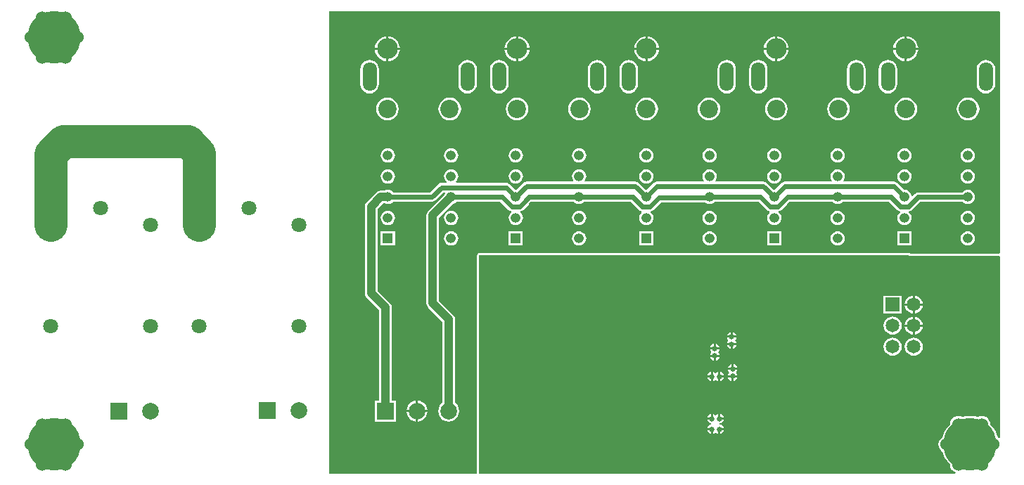
<source format=gbl>
%FSLAX24Y24*%
%MOIN*%
%SFA1B1*%

%IPPOS*%
%ADD16C,0.039400*%
%ADD18R,0.065000X0.065000*%
%ADD19C,0.065000*%
%ADD20C,0.070900*%
%ADD21C,0.060000*%
%ADD22C,0.250000*%
%ADD23R,0.047200X0.047200*%
%ADD24O,0.047200X0.047200*%
%ADD25R,0.078700X0.078700*%
%ADD26C,0.078700*%
%ADD27C,0.086600*%
%ADD28C,0.098400*%
%ADD29O,0.066900X0.137800*%
%ADD30C,0.025000*%
%ADD31C,0.023600*%
%ADD32C,0.157500*%
%LNsourceselection-1*%
%LPD*%
G36*
X46378Y22062D02*
Y10641D01*
X46362Y10620*
X46328Y10601*
X42199*
X42195Y10600*
X42191*
X42185Y10599*
X42179*
X42169Y10597*
X42154Y10591*
X42152Y10590*
X42143Y10586*
X42130Y10599*
X42122Y10605*
X42115Y10612*
X42106Y10615*
X42097Y10621*
X42081Y10628*
X42080*
X42070Y10630*
X42061Y10634*
X42051*
X42041Y10636*
X25387*
X21703*
X21693Y10634*
X21683*
X21681Y10633*
X21678*
X21671Y10630*
X21664Y10628*
X21663Y10627*
X21657Y10625*
X21650Y10620*
X21646Y10619*
X21645Y10618*
X21644Y10617*
X21642Y10616*
X21640Y10614*
X21624Y10603*
X21612Y10585*
X21609Y10582*
X21608Y10581*
X21607Y10577*
X21602Y10570*
X21600Y10564*
X21599Y10563*
X21597Y10553*
X21593Y10544*
Y10534*
X21591Y10524*
Y215*
X21562Y180*
X14602*
X14567Y215*
Y22097*
X46343*
X46378Y22062*
G37*
G36*
X42041Y10534D02*
D01*
X42042*
X42058Y10527*
X42071Y10514*
X42104Y10492*
X42143Y10484*
X42172Y10490*
X42174Y10491*
X42182Y10492*
X42191Y10496*
X42193*
X42198Y10499*
X42199*
X46328*
X46352Y10489*
X46373Y10468*
X46378Y10458*
Y1880*
X46328Y1857*
X46266Y1904*
X46249Y1976*
X46167Y2172*
X46056Y2354*
X45918Y2515*
X45913Y2520*
X45900Y2615*
X45860Y2712*
X45796Y2795*
X45712Y2860*
X45615Y2900*
X45511Y2914*
X45406Y2900*
X45313Y2861*
X45172Y2895*
X44961Y2912*
X44749Y2895*
X44608Y2861*
X44515Y2900*
X44411Y2914*
X44306Y2900*
X44209Y2860*
X44125Y2795*
X44061Y2712*
X44021Y2615*
X44008Y2520*
X44003Y2515*
X43865Y2354*
X43754Y2172*
X43673Y1976*
X43656Y1904*
X43575Y1843*
X43511Y1759*
X43471Y1662*
X43457Y1558*
X43471Y1453*
X43511Y1356*
X43575Y1272*
X43656Y1211*
X43673Y1139*
X43754Y943*
X43865Y762*
X44003Y600*
X44008Y595*
X44021Y501*
X44061Y403*
X44125Y320*
X44209Y256*
X44271Y230*
X44262Y180*
X22913*
X21728*
X21693Y215*
Y10524*
X21694Y10525*
X21697Y10528*
X21698Y10530*
X21701Y10533*
X21702*
X21703Y10534*
X25387*
X41839*
X42041*
G37*
%LNsourceselection-2*%
%LPC*%
G36*
X42705Y8138D02*
X42333D01*
Y7766*
X42394Y7774*
X42498Y7816*
X42586Y7885*
X42655Y7973*
X42697Y8077*
X42705Y8138*
G37*
G36*
X42233D02*
X41862D01*
X41870Y8077*
X41912Y7973*
X41980Y7885*
X42069Y7816*
X42173Y7774*
X42233Y7766*
Y8138*
G37*
G36*
X41708Y8612D02*
X40859D01*
Y7763*
X41708*
Y8612*
G37*
G36*
X20362Y11660D02*
X20274Y11649D01*
X20193Y11615*
X20122Y11561*
X20069Y11491*
X20035Y11409*
X20023Y11321*
X20035Y11234*
X20069Y11152*
X20122Y11082*
X20193Y11028*
X20274Y10994*
X20362Y10982*
X20450Y10994*
X20532Y11028*
X20602Y11082*
X20656Y11152*
X20690Y11234*
X20701Y11321*
X20690Y11409*
X20656Y11491*
X20602Y11561*
X20532Y11615*
X20450Y11649*
X20362Y11660*
G37*
G36*
X42333Y8609D02*
Y8238D01*
X42705*
X42697Y8298*
X42655Y8402*
X42586Y8490*
X42498Y8559*
X42394Y8601*
X42333Y8609*
G37*
G36*
X42233D02*
X42173Y8601D01*
X42069Y8559*
X41980Y8490*
X41912Y8402*
X41870Y8298*
X41862Y8238*
X42233*
Y8609*
G37*
G36*
X41283Y7616D02*
X41173Y7601D01*
X41069Y7559*
X40980Y7490*
X40912Y7402*
X40870Y7298*
X40855Y7188*
X40870Y7077*
X40912Y6973*
X40980Y6885*
X41069Y6816*
X41173Y6774*
X41283Y6759*
X41394Y6774*
X41498Y6816*
X41586Y6885*
X41655Y6973*
X41697Y7077*
X41712Y7188*
X41697Y7298*
X41655Y7402*
X41586Y7490*
X41498Y7559*
X41394Y7601*
X41283Y7616*
G37*
G36*
X33711Y6885D02*
Y6716D01*
X33881*
X33873Y6754*
X33824Y6828*
X33749Y6878*
X33711Y6885*
G37*
G36*
X33611D02*
X33574Y6878D01*
X33499Y6828*
X33449Y6754*
X33442Y6716*
X33611*
Y6885*
G37*
G36*
X42233Y7138D02*
X41862D01*
X41870Y7077*
X41912Y6973*
X41980Y6885*
X42069Y6816*
X42173Y6774*
X42233Y6766*
Y7138*
G37*
G36*
X42333Y7609D02*
Y7237D01*
X42705*
X42697Y7298*
X42655Y7402*
X42586Y7490*
X42498Y7559*
X42394Y7601*
X42333Y7609*
G37*
G36*
X42233D02*
X42173Y7601D01*
X42069Y7559*
X41980Y7490*
X41912Y7402*
X41870Y7298*
X41862Y7237*
X42233*
Y7609*
G37*
G36*
X42705Y7138D02*
X42333D01*
Y6766*
X42394Y6774*
X42498Y6816*
X42586Y6885*
X42655Y6973*
X42697Y7077*
X42705Y7138*
G37*
G36*
X17362Y12645D02*
X17274Y12633D01*
X17193Y12599*
X17122Y12545*
X17069Y12475*
X17035Y12393*
X17023Y12306*
X17035Y12218*
X17069Y12136*
X17122Y12066*
X17193Y12012*
X17274Y11978*
X17362Y11966*
X17450Y11978*
X17532Y12012*
X17602Y12066*
X17656Y12136*
X17690Y12218*
X17701Y12306*
X17690Y12393*
X17656Y12475*
X17602Y12545*
X17532Y12599*
X17450Y12633*
X17362Y12645*
G37*
G36*
X42187Y11658D02*
X41514D01*
Y10985*
X42187*
Y11658*
G37*
G36*
X36006D02*
X35333D01*
Y10985*
X36006*
Y11658*
G37*
G36*
X20362Y12645D02*
X20274Y12633D01*
X20193Y12599*
X20122Y12545*
X20069Y12475*
X20035Y12393*
X20023Y12306*
X20035Y12218*
X20069Y12136*
X20122Y12066*
X20193Y12012*
X20274Y11978*
X20362Y11966*
X20450Y11978*
X20532Y12012*
X20602Y12066*
X20656Y12136*
X20690Y12218*
X20701Y12306*
X20690Y12393*
X20656Y12475*
X20602Y12545*
X20532Y12599*
X20450Y12633*
X20362Y12645*
G37*
G36*
X38669D02*
X38582Y12633D01*
X38500Y12599*
X38430Y12545*
X38376Y12475*
X38342Y12393*
X38330Y12306*
X38342Y12218*
X38376Y12136*
X38430Y12066*
X38500Y12012*
X38582Y11978*
X38669Y11966*
X38757Y11978*
X38839Y12012*
X38909Y12066*
X38963Y12136*
X38997Y12218*
X39008Y12306*
X38997Y12393*
X38963Y12475*
X38909Y12545*
X38839Y12599*
X38757Y12633*
X38669Y12645*
G37*
G36*
X32606D02*
X32519Y12633D01*
X32437Y12599*
X32367Y12545*
X32313Y12475*
X32279Y12393*
X32267Y12306*
X32279Y12218*
X32313Y12136*
X32367Y12066*
X32437Y12012*
X32519Y11978*
X32606Y11966*
X32694Y11978*
X32776Y12012*
X32846Y12066*
X32900Y12136*
X32934Y12218*
X32945Y12306*
X32934Y12393*
X32900Y12475*
X32846Y12545*
X32776Y12599*
X32694Y12633*
X32606Y12645*
G37*
G36*
X26425D02*
X26337Y12633D01*
X26256Y12599*
X26185Y12545*
X26132Y12475*
X26098Y12393*
X26086Y12306*
X26098Y12218*
X26132Y12136*
X26185Y12066*
X26256Y12012*
X26337Y11978*
X26425Y11966*
X26513Y11978*
X26595Y12012*
X26665Y12066*
X26719Y12136*
X26753Y12218*
X26764Y12306*
X26753Y12393*
X26719Y12475*
X26665Y12545*
X26595Y12599*
X26513Y12633*
X26425Y12645*
G37*
G36*
X38669Y11660D02*
X38582Y11649D01*
X38500Y11615*
X38430Y11561*
X38376Y11491*
X38342Y11409*
X38330Y11321*
X38342Y11234*
X38376Y11152*
X38430Y11082*
X38500Y11028*
X38582Y10994*
X38669Y10982*
X38757Y10994*
X38839Y11028*
X38909Y11082*
X38963Y11152*
X38997Y11234*
X39008Y11321*
X38997Y11409*
X38963Y11491*
X38909Y11561*
X38839Y11615*
X38757Y11649*
X38669Y11660*
G37*
G36*
X32606D02*
X32519Y11649D01*
X32437Y11615*
X32367Y11561*
X32313Y11491*
X32279Y11409*
X32267Y11321*
X32279Y11234*
X32313Y11152*
X32367Y11082*
X32437Y11028*
X32519Y10994*
X32606Y10982*
X32694Y10994*
X32776Y11028*
X32846Y11082*
X32900Y11152*
X32934Y11234*
X32945Y11321*
X32934Y11409*
X32900Y11491*
X32846Y11561*
X32776Y11615*
X32694Y11649*
X32606Y11660*
G37*
G36*
X26425D02*
X26337Y11649D01*
X26256Y11615*
X26185Y11561*
X26132Y11491*
X26098Y11409*
X26086Y11321*
X26098Y11234*
X26132Y11152*
X26185Y11082*
X26256Y11028*
X26337Y10994*
X26425Y10982*
X26513Y10994*
X26595Y11028*
X26665Y11082*
X26719Y11152*
X26753Y11234*
X26764Y11321*
X26753Y11409*
X26719Y11491*
X26665Y11561*
X26595Y11615*
X26513Y11649*
X26425Y11660*
G37*
G36*
X44850D02*
X44763Y11649D01*
X44681Y11615*
X44611Y11561*
X44557Y11491*
X44523Y11409*
X44511Y11321*
X44523Y11234*
X44557Y11152*
X44611Y11082*
X44681Y11028*
X44763Y10994*
X44850Y10982*
X44938Y10994*
X45020Y11028*
X45090Y11082*
X45144Y11152*
X45178Y11234*
X45190Y11321*
X45178Y11409*
X45144Y11491*
X45090Y11561*
X45020Y11615*
X44938Y11649*
X44850Y11660*
G37*
G36*
X29943Y11658D02*
X29270D01*
Y10985*
X29943*
Y11658*
G37*
G36*
X23761D02*
X23089D01*
Y10985*
X23761*
Y11658*
G37*
G36*
X17698D02*
X17026D01*
Y10985*
X17698*
Y11658*
G37*
G36*
X33881Y6616D02*
X33442D01*
X33449Y6578*
X33485Y6525*
X33495Y6489*
X33485Y6453*
X33449Y6399*
X33442Y6362*
X33881*
X33873Y6399*
X33838Y6453*
X33828Y6489*
X33838Y6525*
X33873Y6578*
X33881Y6616*
G37*
G36*
X32667Y4728D02*
X32497D01*
X32505Y4690*
X32554Y4616*
X32629Y4566*
X32667Y4559*
Y4728*
G37*
G36*
X18794Y3631D02*
Y3190D01*
X19235*
X19225Y3269*
X19175Y3389*
X19096Y3492*
X18993Y3571*
X18873Y3621*
X18794Y3631*
G37*
G36*
X18694D02*
X18615Y3621D01*
X18495Y3571*
X18392Y3492*
X18313Y3389*
X18263Y3269*
X18253Y3190*
X18694*
Y3631*
G37*
G36*
X33290Y4728D02*
X33121D01*
Y4559*
X33159Y4566*
X33233Y4616*
X33283Y4690*
X33290Y4728*
G37*
G36*
X32667Y4998D02*
X32629Y4990D01*
X32554Y4940*
X32505Y4866*
X32497Y4828*
X32667*
Y4998*
G37*
G36*
X33920Y4741D02*
X33751D01*
Y4571*
X33789Y4579*
X33863Y4629*
X33913Y4703*
X33920Y4741*
G37*
G36*
X33651D02*
X33481D01*
X33489Y4703*
X33539Y4629*
X33613Y4579*
X33651Y4571*
Y4741*
G37*
G36*
X18694Y3090D02*
X18253D01*
X18263Y3011*
X18313Y2891*
X18392Y2788*
X18495Y2709*
X18615Y2659*
X18694Y2648*
Y3090*
G37*
G36*
X33290Y2228D02*
X33121D01*
Y2059*
X33159Y2066*
X33233Y2116*
X33283Y2190*
X33290Y2228*
G37*
G36*
X32667D02*
X32497D01*
X32505Y2190*
X32554Y2116*
X32629Y2066*
X32667Y2059*
Y2228*
G37*
G36*
X19235Y3090D02*
X18794D01*
Y2648*
X18873Y2659*
X18993Y2709*
X19096Y2788*
X19175Y2891*
X19225Y3011*
X19235Y3090*
G37*
G36*
X33021Y2998D02*
X32983Y2990D01*
X32930Y2954*
X32894Y2944*
X32858Y2954*
X32804Y2990*
X32767Y2998*
Y2778*
X32717*
Y2728*
X32497*
X32505Y2690*
X32554Y2616*
X32629Y2566*
X32692Y2554*
Y2503*
X32629Y2490*
X32554Y2440*
X32505Y2366*
X32497Y2328*
X32717*
Y2278*
X32767*
Y2059*
X32804Y2066*
X32858Y2102*
X32894Y2112*
X32930Y2102*
X32983Y2066*
X33021Y2059*
Y2278*
X33071*
Y2328*
X33290*
X33283Y2366*
X33233Y2440*
X33159Y2490*
X33095Y2503*
Y2554*
X33159Y2566*
X33233Y2616*
X33283Y2690*
X33290Y2728*
X33071*
Y2778*
X33021*
Y2998*
G37*
G36*
X33121D02*
Y2828D01*
X33290*
X33283Y2866*
X33233Y2940*
X33159Y2990*
X33121Y2998*
G37*
G36*
X32667D02*
X32629Y2990D01*
X32554Y2940*
X32505Y2866*
X32497Y2828*
X32667*
Y2998*
G37*
G36*
X33072Y6055D02*
X32633D01*
X32640Y6017*
X32676Y5964*
X32686Y5928*
X32676Y5892*
X32640Y5838*
X32633Y5800*
X33072*
X33064Y5838*
X33029Y5892*
X33019Y5928*
X33029Y5964*
X33064Y6017*
X33072Y6055*
G37*
G36*
X42283Y6616D02*
X42173Y6601D01*
X42069Y6559*
X41980Y6490*
X41912Y6402*
X41870Y6298*
X41855Y6187*
X41870Y6077*
X41912Y5973*
X41980Y5885*
X42069Y5816*
X42173Y5774*
X42283Y5759*
X42394Y5774*
X42498Y5816*
X42586Y5885*
X42655Y5973*
X42697Y6077*
X42712Y6187*
X42697Y6298*
X42655Y6402*
X42586Y6490*
X42498Y6559*
X42394Y6601*
X42283Y6616*
G37*
G36*
X41283D02*
X41173Y6601D01*
X41069Y6559*
X40980Y6490*
X40912Y6402*
X40870Y6298*
X40855Y6187*
X40870Y6077*
X40912Y5973*
X40980Y5885*
X41069Y5816*
X41173Y5774*
X41283Y5759*
X41394Y5774*
X41498Y5816*
X41586Y5885*
X41655Y5973*
X41697Y6077*
X41712Y6187*
X41697Y6298*
X41655Y6402*
X41586Y6490*
X41498Y6559*
X41394Y6601*
X41283Y6616*
G37*
G36*
X33611Y6262D02*
X33442D01*
X33449Y6224*
X33499Y6149*
X33574Y6100*
X33611Y6092*
Y6262*
G37*
G36*
X32902Y6324D02*
Y6155D01*
X33072*
X33064Y6193*
X33015Y6267*
X32940Y6317*
X32902Y6324*
G37*
G36*
X32802D02*
X32765Y6317D01*
X32690Y6267*
X32640Y6193*
X32633Y6155*
X32802*
Y6324*
G37*
G36*
X33881Y6262D02*
X33711D01*
Y6092*
X33749Y6100*
X33824Y6149*
X33873Y6224*
X33881Y6262*
G37*
G36*
X33021Y4998D02*
X32983Y4990D01*
X32930Y4954*
X32894Y4944*
X32858Y4954*
X32804Y4990*
X32767Y4998*
Y4778*
Y4559*
X32804Y4566*
X32858Y4602*
X32894Y4612*
X32930Y4602*
X32983Y4566*
X33021Y4559*
Y4778*
Y4998*
G37*
G36*
X33920Y5095D02*
X33481D01*
X33489Y5057*
X33525Y5004*
X33534Y4968*
X33525Y4932*
X33489Y4879*
X33481Y4841*
X33920*
X33913Y4879*
X33877Y4932*
X33867Y4968*
X33877Y5004*
X33913Y5057*
X33920Y5095*
G37*
G36*
X33121Y4998D02*
Y4828D01*
X33290*
X33283Y4866*
X33233Y4940*
X33159Y4990*
X33121Y4998*
G37*
G36*
X33651Y5365D02*
X33613Y5357D01*
X33539Y5307*
X33489Y5233*
X33481Y5195*
X33651*
Y5365*
G37*
G36*
X33072Y5700D02*
X32902D01*
Y5531*
X32940Y5539*
X33015Y5588*
X33064Y5663*
X33072Y5700*
G37*
G36*
X32802D02*
X32633D01*
X32640Y5663*
X32690Y5588*
X32765Y5539*
X32802Y5531*
Y5700*
G37*
G36*
X33751Y5365D02*
Y5195D01*
X33920*
X33913Y5233*
X33863Y5307*
X33789Y5357*
X33751Y5365*
G37*
G36*
X17293Y20267D02*
X16752D01*
X16759Y20201*
X16793Y20090*
X16848Y19987*
X16922Y19897*
X17012Y19823*
X17115Y19768*
X17226Y19734*
X17293Y19727*
Y20267*
G37*
G36*
X45707Y19782D02*
X45594Y19767D01*
X45488Y19723*
X45397Y19654*
X45327Y19563*
X45284Y19457*
X45269Y19344*
Y18635*
X45284Y18522*
X45327Y18416*
X45397Y18325*
X45488Y18255*
X45594Y18212*
X45707Y18197*
X45821Y18212*
X45926Y18255*
X46017Y18325*
X46087Y18416*
X46131Y18522*
X46145Y18635*
Y19344*
X46131Y19457*
X46087Y19563*
X46017Y19654*
X45926Y19723*
X45821Y19767*
X45707Y19782*
G37*
G36*
X41065D02*
X40951Y19767D01*
X40845Y19723*
X40755Y19654*
X40685Y19563*
X40641Y19457*
X40626Y19344*
Y18635*
X40641Y18522*
X40685Y18416*
X40755Y18325*
X40845Y18255*
X40951Y18212*
X41065Y18197*
X41178Y18212*
X41284Y18255*
X41375Y18325*
X41444Y18416*
X41488Y18522*
X41503Y18635*
Y19344*
X41488Y19457*
X41444Y19563*
X41375Y19654*
X41284Y19723*
X41178Y19767*
X41065Y19782*
G37*
G36*
X17933Y20267D02*
X17393D01*
Y19727*
X17459Y19734*
X17570Y19768*
X17673Y19823*
X17763Y19897*
X17837Y19987*
X17892Y20090*
X17926Y20201*
X17933Y20267*
G37*
G36*
X29576D02*
X29036D01*
X29042Y20201*
X29076Y20090*
X29131Y19987*
X29205Y19897*
X29295Y19823*
X29398Y19768*
X29510Y19734*
X29576Y19727*
Y20267*
G37*
G36*
X24074D02*
X23534D01*
Y19727*
X23600Y19734*
X23712Y19768*
X23815Y19823*
X23905Y19897*
X23979Y19987*
X24034Y20090*
X24068Y20201*
X24074Y20267*
G37*
G36*
X23434D02*
X22894D01*
X22901Y20201*
X22935Y20090*
X22990Y19987*
X23064Y19897*
X23154Y19823*
X23257Y19768*
X23368Y19734*
X23434Y19727*
Y20267*
G37*
G36*
X27282Y19782D02*
X27168Y19767D01*
X27063Y19723*
X26972Y19654*
X26902Y19563*
X26858Y19457*
X26843Y19344*
Y18635*
X26858Y18522*
X26902Y18416*
X26972Y18325*
X27063Y18255*
X27168Y18212*
X27282Y18197*
X27395Y18212*
X27501Y18255*
X27592Y18325*
X27662Y18416*
X27705Y18522*
X27720Y18635*
Y19344*
X27705Y19457*
X27662Y19563*
X27592Y19654*
X27501Y19723*
X27395Y19767*
X27282Y19782*
G37*
G36*
X22639D02*
X22526Y19767D01*
X22420Y19723*
X22329Y19654*
X22260Y19563*
X22216Y19457*
X22201Y19344*
Y18635*
X22216Y18522*
X22260Y18416*
X22329Y18325*
X22420Y18255*
X22526Y18212*
X22639Y18197*
X22753Y18212*
X22859Y18255*
X22949Y18325*
X23019Y18416*
X23063Y18522*
X23078Y18635*
Y19344*
X23063Y19457*
X23019Y19563*
X22949Y19654*
X22859Y19723*
X22753Y19767*
X22639Y19782*
G37*
G36*
X21140D02*
X21027Y19767D01*
X20921Y19723*
X20830Y19654*
X20761Y19563*
X20717Y19457*
X20702Y19344*
Y18635*
X20717Y18522*
X20761Y18416*
X20830Y18325*
X20921Y18255*
X21027Y18212*
X21140Y18197*
X21254Y18212*
X21359Y18255*
X21450Y18325*
X21520Y18416*
X21564Y18522*
X21579Y18635*
Y19344*
X21564Y19457*
X21520Y19563*
X21450Y19654*
X21359Y19723*
X21254Y19767*
X21140Y19782*
G37*
G36*
X28781D02*
X28668Y19767D01*
X28562Y19723*
X28471Y19654*
X28401Y19563*
X28358Y19457*
X28343Y19344*
Y18635*
X28358Y18522*
X28401Y18416*
X28471Y18325*
X28562Y18255*
X28668Y18212*
X28781Y18197*
X28895Y18212*
X29000Y18255*
X29091Y18325*
X29161Y18416*
X29205Y18522*
X29220Y18635*
Y19344*
X29205Y19457*
X29161Y19563*
X29091Y19654*
X29000Y19723*
X28895Y19767*
X28781Y19782*
G37*
G36*
X39565D02*
X39452Y19767D01*
X39346Y19723*
X39255Y19654*
X39186Y19563*
X39142Y19457*
X39127Y19344*
Y18635*
X39142Y18522*
X39186Y18416*
X39255Y18325*
X39346Y18255*
X39452Y18212*
X39565Y18197*
X39679Y18212*
X39785Y18255*
X39875Y18325*
X39945Y18416*
X39989Y18522*
X40004Y18635*
Y19344*
X39989Y19457*
X39945Y19563*
X39875Y19654*
X39785Y19723*
X39679Y19767*
X39565Y19782*
G37*
G36*
X34923D02*
X34809Y19767D01*
X34704Y19723*
X34613Y19654*
X34543Y19563*
X34499Y19457*
X34484Y19344*
Y18635*
X34499Y18522*
X34543Y18416*
X34613Y18325*
X34704Y18255*
X34809Y18212*
X34923Y18197*
X35036Y18212*
X35142Y18255*
X35233Y18325*
X35303Y18416*
X35346Y18522*
X35361Y18635*
Y19344*
X35346Y19457*
X35303Y19563*
X35233Y19654*
X35142Y19723*
X35036Y19767*
X34923Y19782*
G37*
G36*
X33424D02*
X33310Y19767D01*
X33204Y19723*
X33114Y19654*
X33044Y19563*
X33000Y19457*
X32985Y19344*
Y18635*
X33000Y18522*
X33044Y18416*
X33114Y18325*
X33204Y18255*
X33310Y18212*
X33424Y18197*
X33537Y18212*
X33643Y18255*
X33734Y18325*
X33803Y18416*
X33847Y18522*
X33862Y18635*
Y19344*
X33847Y19457*
X33803Y19563*
X33734Y19654*
X33643Y19723*
X33537Y19767*
X33424Y19782*
G37*
G36*
X30216Y20267D02*
X29676D01*
Y19727*
X29742Y19734*
X29854Y19768*
X29957Y19823*
X30047Y19897*
X30121Y19987*
X30176Y20090*
X30210Y20201*
X30216Y20267*
G37*
G36*
X29676Y20907D02*
Y20367D01*
X30216*
X30210Y20433*
X30176Y20545*
X30121Y20648*
X30047Y20738*
X29957Y20812*
X29854Y20867*
X29742Y20901*
X29676Y20907*
G37*
G36*
X29576D02*
X29510Y20901D01*
X29398Y20867*
X29295Y20812*
X29205Y20738*
X29131Y20648*
X29076Y20545*
X29042Y20433*
X29036Y20367*
X29576*
Y20907*
G37*
G36*
X23534D02*
Y20367D01*
X24074*
X24068Y20433*
X24034Y20545*
X23979Y20648*
X23905Y20738*
X23815Y20812*
X23712Y20867*
X23600Y20901*
X23534Y20907*
G37*
G36*
X35718D02*
X35652Y20901D01*
X35540Y20867*
X35437Y20812*
X35347Y20738*
X35273Y20648*
X35218Y20545*
X35184Y20433*
X35178Y20367*
X35718*
Y20907*
G37*
G36*
X41959D02*
Y20367D01*
X42500*
X42493Y20433*
X42459Y20545*
X42404Y20648*
X42330Y20738*
X42240Y20812*
X42137Y20867*
X42026Y20901*
X41959Y20907*
G37*
G36*
X41859D02*
X41793Y20901D01*
X41682Y20867*
X41579Y20812*
X41489Y20738*
X41415Y20648*
X41360Y20545*
X41326Y20433*
X41319Y20367*
X41859*
Y20907*
G37*
G36*
X35818D02*
Y20367D01*
X36358*
X36351Y20433*
X36317Y20545*
X36262Y20648*
X36188Y20738*
X36098Y20812*
X35995Y20867*
X35884Y20901*
X35818Y20907*
G37*
G36*
X41859Y20267D02*
X41319D01*
X41326Y20201*
X41360Y20090*
X41415Y19987*
X41489Y19897*
X41579Y19823*
X41682Y19768*
X41793Y19734*
X41859Y19727*
Y20267*
G37*
G36*
X36358D02*
X35818D01*
Y19727*
X35884Y19734*
X35995Y19768*
X36098Y19823*
X36188Y19897*
X36262Y19987*
X36317Y20090*
X36351Y20201*
X36358Y20267*
G37*
G36*
X35718D02*
X35178D01*
X35184Y20201*
X35218Y20090*
X35273Y19987*
X35347Y19897*
X35437Y19823*
X35540Y19768*
X35652Y19734*
X35718Y19727*
Y20267*
G37*
G36*
X42500D02*
X41959D01*
Y19727*
X42026Y19734*
X42137Y19768*
X42240Y19823*
X42330Y19897*
X42404Y19987*
X42459Y20090*
X42493Y20201*
X42500Y20267*
G37*
G36*
X23434Y20907D02*
X23368Y20901D01*
X23257Y20867*
X23154Y20812*
X23064Y20738*
X22990Y20648*
X22935Y20545*
X22901Y20433*
X22894Y20367*
X23434*
Y20907*
G37*
G36*
X17393D02*
Y20367D01*
X17933*
X17926Y20433*
X17892Y20545*
X17837Y20648*
X17763Y20738*
X17673Y20812*
X17570Y20867*
X17459Y20901*
X17393Y20907*
G37*
G36*
X17293D02*
X17226Y20901D01*
X17115Y20867*
X17012Y20812*
X16922Y20738*
X16848Y20648*
X16793Y20545*
X16759Y20433*
X16752Y20367*
X17293*
Y20907*
G37*
G36*
X20362Y15597D02*
X20274Y15586D01*
X20193Y15552*
X20122Y15498*
X20069Y15428*
X20035Y15346*
X20023Y15258*
X20035Y15171*
X20069Y15089*
X20122Y15019*
X20193Y14965*
X20274Y14931*
X20362Y14919*
X20450Y14931*
X20532Y14965*
X20602Y15019*
X20656Y15089*
X20690Y15171*
X20701Y15258*
X20690Y15346*
X20656Y15428*
X20602Y15498*
X20532Y15552*
X20450Y15586*
X20362Y15597*
G37*
G36*
X17362D02*
X17274Y15586D01*
X17193Y15552*
X17122Y15498*
X17069Y15428*
X17035Y15346*
X17023Y15258*
X17035Y15171*
X17069Y15089*
X17122Y15019*
X17193Y14965*
X17274Y14931*
X17362Y14919*
X17450Y14931*
X17532Y14965*
X17602Y15019*
X17656Y15089*
X17690Y15171*
X17701Y15258*
X17690Y15346*
X17656Y15428*
X17602Y15498*
X17532Y15552*
X17450Y15586*
X17362Y15597*
G37*
G36*
X38669Y14613D02*
X38582Y14602D01*
X38500Y14568*
X38430Y14514*
X38376Y14444*
X38342Y14362*
X38330Y14274*
X38342Y14186*
X38376Y14105*
X38399Y14074*
X38374Y14024*
X36181*
X36096Y14007*
X36024Y13959*
X35696Y13631*
X35643*
X35315Y13959*
X35243Y14007*
X35157Y14024*
X32901*
X32877Y14074*
X32900Y14105*
X32934Y14186*
X32945Y14274*
X32934Y14362*
X32900Y14444*
X32846Y14514*
X32776Y14568*
X32694Y14602*
X32606Y14613*
X32519Y14602*
X32437Y14568*
X32367Y14514*
X32313Y14444*
X32279Y14362*
X32267Y14274*
X32279Y14186*
X32313Y14105*
X32336Y14074*
X32311Y14024*
X30118*
X30033Y14007*
X29961Y13959*
X29633Y13631*
X29580*
X29252Y13959*
X29180Y14007*
X29094Y14024*
X26720*
X26695Y14074*
X26719Y14105*
X26753Y14186*
X26764Y14274*
X26753Y14362*
X26719Y14444*
X26665Y14514*
X26595Y14568*
X26513Y14602*
X26425Y14613*
X26337Y14602*
X26256Y14568*
X26185Y14514*
X26132Y14444*
X26098Y14362*
X26086Y14274*
X26098Y14186*
X26132Y14105*
X26155Y14074*
X26130Y14024*
X23937*
X23852Y14007*
X23780Y13959*
X23452Y13631*
X23399*
X23128Y13901*
X23056Y13950*
X22971Y13967*
X20596*
X20579Y14017*
X20602Y14034*
X20656Y14105*
X20690Y14186*
X20701Y14274*
X20690Y14362*
X20656Y14444*
X20602Y14514*
X20532Y14568*
X20450Y14602*
X20362Y14613*
X20274Y14602*
X20193Y14568*
X20122Y14514*
X20069Y14444*
X20035Y14362*
X20023Y14274*
X20035Y14186*
X20069Y14105*
X20122Y14034*
X20146Y14017*
X20129Y13967*
X19908*
X19823Y13950*
X19751Y13901*
X19361Y13512*
X17615*
X17602Y13530*
X17532Y13584*
X17450Y13617*
X17362Y13629*
X17274Y13617*
X17206Y13589*
X17018*
X16940Y13579*
X16868Y13549*
X16806Y13502*
X16363Y13059*
X16316Y12997*
X16286Y12924*
X16275Y12847*
Y8723*
X16286Y8645*
X16316Y8573*
X16363Y8511*
X16945Y7930*
Y3633*
X16750*
Y2646*
X17738*
Y3633*
X17544*
Y8054*
X17533Y8131*
X17503Y8203*
X17456Y8265*
X16874Y8847*
Y12723*
X17142Y12990*
X17206*
X17274Y12962*
X17362Y12951*
X17450Y12962*
X17532Y12996*
X17602Y13050*
X17615Y13067*
X19454*
X19539Y13084*
X19611Y13133*
X20000Y13522*
X20060*
X20082Y13477*
X20069Y13459*
X20040Y13391*
X19276Y12628*
X19229Y12566*
X19199Y12493*
X19189Y12416*
Y8250*
X19199Y8173*
X19229Y8101*
X19276Y8039*
X19945Y7371*
Y3532*
X19892Y3492*
X19813Y3389*
X19763Y3269*
X19746Y3140*
X19763Y3011*
X19813Y2891*
X19892Y2788*
X19995Y2709*
X20115Y2659*
X20244Y2642*
X20373Y2659*
X20493Y2709*
X20596Y2788*
X20675Y2891*
X20725Y3011*
X20742Y3140*
X20725Y3269*
X20675Y3389*
X20596Y3492*
X20544Y3532*
Y7495*
X20533Y7572*
X20503Y7644*
X20456Y7706*
X19788Y8375*
Y12292*
X20464Y12968*
X20532Y12996*
X20602Y13050*
X20615Y13067*
X22691*
X23080Y12678*
X23152Y12630*
X23201Y12620*
X23213Y12567*
X23185Y12545*
X23132Y12475*
X23098Y12393*
X23086Y12306*
X23098Y12218*
X23132Y12136*
X23185Y12066*
X23256Y12012*
X23337Y11978*
X23425Y11966*
X23513Y11978*
X23595Y12012*
X23665Y12066*
X23719Y12136*
X23753Y12218*
X23764Y12306*
X23753Y12393*
X23719Y12475*
X23665Y12545*
X23637Y12567*
X23649Y12620*
X23698Y12630*
X23771Y12678*
X24037Y12944*
X24062Y12982*
X24147Y13067*
X26172*
X26185Y13050*
X26256Y12996*
X26337Y12962*
X26425Y12951*
X26513Y12962*
X26595Y12996*
X26665Y13050*
X26678Y13067*
X28872*
X29261Y12678*
X29333Y12630*
X29382Y12620*
X29394Y12567*
X29367Y12545*
X29313Y12475*
X29279Y12393*
X29267Y12306*
X29279Y12218*
X29313Y12136*
X29367Y12066*
X29437Y12012*
X29519Y11978*
X29606Y11966*
X29694Y11978*
X29776Y12012*
X29846Y12066*
X29900Y12136*
X29934Y12218*
X29945Y12306*
X29934Y12393*
X29900Y12475*
X29846Y12545*
X29818Y12567*
X29831Y12620*
X29880Y12630*
X29952Y12678*
X30302Y13028*
X32395*
X32437Y12996*
X32519Y12962*
X32606Y12951*
X32694Y12962*
X32776Y12996*
X32846Y13050*
X32859Y13067*
X34935*
X35324Y12678*
X35396Y12630*
X35445Y12620*
X35457Y12567*
X35429Y12545*
X35376Y12475*
X35342Y12393*
X35330Y12306*
X35342Y12218*
X35376Y12136*
X35429Y12066*
X35500Y12012*
X35582Y11978*
X35669Y11966*
X35757Y11978*
X35839Y12012*
X35909Y12066*
X35963Y12136*
X35997Y12218*
X36008Y12306*
X35997Y12393*
X35963Y12475*
X35909Y12545*
X35881Y12567*
X35894Y12620*
X35943Y12630*
X36015Y12678*
X36281Y12944*
X36306Y12982*
X36391Y13067*
X38416*
X38430Y13050*
X38500Y12996*
X38582Y12962*
X38669Y12951*
X38757Y12962*
X38839Y12996*
X38909Y13050*
X38922Y13067*
X41116*
X41505Y12678*
X41577Y12630*
X41626Y12620*
X41639Y12567*
X41611Y12545*
X41557Y12475*
X41523Y12393*
X41511Y12306*
X41523Y12218*
X41557Y12136*
X41611Y12066*
X41681Y12012*
X41763Y11978*
X41850Y11966*
X41938Y11978*
X42020Y12012*
X42090Y12066*
X42144Y12136*
X42178Y12218*
X42190Y12306*
X42178Y12393*
X42144Y12475*
X42090Y12545*
X42062Y12567*
X42075Y12620*
X42124Y12630*
X42196Y12678*
X42585Y13067*
X44597*
X44611Y13050*
X44681Y12996*
X44763Y12962*
X44850Y12951*
X44938Y12962*
X45020Y12996*
X45090Y13050*
X45144Y13120*
X45178Y13202*
X45190Y13290*
X45178Y13378*
X45144Y13459*
X45090Y13530*
X45020Y13584*
X44938Y13617*
X44850Y13629*
X44763Y13617*
X44681Y13584*
X44611Y13530*
X44597Y13512*
X42493*
X42408Y13495*
X42336Y13447*
X42228Y13340*
X42181Y13356*
X42178Y13378*
X42144Y13459*
X42090Y13530*
X42020Y13584*
X41938Y13617*
X41850Y13629*
X41829Y13626*
X41496Y13959*
X41424Y14007*
X41339Y14024*
X38964*
X38940Y14074*
X38963Y14105*
X38997Y14186*
X39008Y14274*
X38997Y14362*
X38963Y14444*
X38909Y14514*
X38839Y14568*
X38757Y14602*
X38669Y14613*
G37*
G36*
X23425Y15597D02*
X23337Y15586D01*
X23256Y15552*
X23185Y15498*
X23132Y15428*
X23098Y15346*
X23086Y15258*
X23098Y15171*
X23132Y15089*
X23185Y15019*
X23256Y14965*
X23337Y14931*
X23425Y14919*
X23513Y14931*
X23595Y14965*
X23665Y15019*
X23719Y15089*
X23753Y15171*
X23764Y15258*
X23753Y15346*
X23719Y15428*
X23665Y15498*
X23595Y15552*
X23513Y15586*
X23425Y15597*
G37*
G36*
X32606D02*
X32519Y15586D01*
X32437Y15552*
X32367Y15498*
X32313Y15428*
X32279Y15346*
X32267Y15258*
X32279Y15171*
X32313Y15089*
X32367Y15019*
X32437Y14965*
X32519Y14931*
X32606Y14919*
X32694Y14931*
X32776Y14965*
X32846Y15019*
X32900Y15089*
X32934Y15171*
X32945Y15258*
X32934Y15346*
X32900Y15428*
X32846Y15498*
X32776Y15552*
X32694Y15586*
X32606Y15597*
G37*
G36*
X29606D02*
X29519Y15586D01*
X29437Y15552*
X29367Y15498*
X29313Y15428*
X29279Y15346*
X29267Y15258*
X29279Y15171*
X29313Y15089*
X29367Y15019*
X29437Y14965*
X29519Y14931*
X29606Y14919*
X29694Y14931*
X29776Y14965*
X29846Y15019*
X29900Y15089*
X29934Y15171*
X29945Y15258*
X29934Y15346*
X29900Y15428*
X29846Y15498*
X29776Y15552*
X29694Y15586*
X29606Y15597*
G37*
G36*
X26425D02*
X26337Y15586D01*
X26256Y15552*
X26185Y15498*
X26132Y15428*
X26098Y15346*
X26086Y15258*
X26098Y15171*
X26132Y15089*
X26185Y15019*
X26256Y14965*
X26337Y14931*
X26425Y14919*
X26513Y14931*
X26595Y14965*
X26665Y15019*
X26719Y15089*
X26753Y15171*
X26764Y15258*
X26753Y15346*
X26719Y15428*
X26665Y15498*
X26595Y15552*
X26513Y15586*
X26425Y15597*
G37*
G36*
X23425Y14613D02*
X23337Y14602D01*
X23256Y14568*
X23185Y14514*
X23132Y14444*
X23098Y14362*
X23086Y14274*
X23098Y14186*
X23132Y14105*
X23185Y14034*
X23256Y13980*
X23337Y13947*
X23425Y13935*
X23513Y13947*
X23595Y13980*
X23665Y14034*
X23719Y14105*
X23753Y14186*
X23764Y14274*
X23753Y14362*
X23719Y14444*
X23665Y14514*
X23595Y14568*
X23513Y14602*
X23425Y14613*
G37*
G36*
X17362D02*
X17274Y14602D01*
X17193Y14568*
X17122Y14514*
X17069Y14444*
X17035Y14362*
X17023Y14274*
X17035Y14186*
X17069Y14105*
X17122Y14034*
X17193Y13980*
X17274Y13947*
X17362Y13935*
X17450Y13947*
X17532Y13980*
X17602Y14034*
X17656Y14105*
X17690Y14186*
X17701Y14274*
X17690Y14362*
X17656Y14444*
X17602Y14514*
X17532Y14568*
X17450Y14602*
X17362Y14613*
G37*
G36*
X44850Y12645D02*
X44763Y12633D01*
X44681Y12599*
X44611Y12545*
X44557Y12475*
X44523Y12393*
X44511Y12306*
X44523Y12218*
X44557Y12136*
X44611Y12066*
X44681Y12012*
X44763Y11978*
X44850Y11966*
X44938Y11978*
X45020Y12012*
X45090Y12066*
X45144Y12136*
X45178Y12218*
X45190Y12306*
X45178Y12393*
X45144Y12475*
X45090Y12545*
X45020Y12599*
X44938Y12633*
X44850Y12645*
G37*
G36*
X29606Y14613D02*
X29519Y14602D01*
X29437Y14568*
X29367Y14514*
X29313Y14444*
X29279Y14362*
X29267Y14274*
X29279Y14186*
X29313Y14105*
X29367Y14034*
X29437Y13980*
X29519Y13947*
X29606Y13935*
X29694Y13947*
X29776Y13980*
X29846Y14034*
X29900Y14105*
X29934Y14186*
X29945Y14274*
X29934Y14362*
X29900Y14444*
X29846Y14514*
X29776Y14568*
X29694Y14602*
X29606Y14613*
G37*
G36*
X44850D02*
X44763Y14602D01*
X44681Y14568*
X44611Y14514*
X44557Y14444*
X44523Y14362*
X44511Y14274*
X44523Y14186*
X44557Y14105*
X44611Y14034*
X44681Y13980*
X44763Y13947*
X44850Y13935*
X44938Y13947*
X45020Y13980*
X45090Y14034*
X45144Y14105*
X45178Y14186*
X45190Y14274*
X45178Y14362*
X45144Y14444*
X45090Y14514*
X45020Y14568*
X44938Y14602*
X44850Y14613*
G37*
G36*
X41850D02*
X41763Y14602D01*
X41681Y14568*
X41611Y14514*
X41557Y14444*
X41523Y14362*
X41511Y14274*
X41523Y14186*
X41557Y14105*
X41611Y14034*
X41681Y13980*
X41763Y13947*
X41850Y13935*
X41938Y13947*
X42020Y13980*
X42090Y14034*
X42144Y14105*
X42178Y14186*
X42190Y14274*
X42178Y14362*
X42144Y14444*
X42090Y14514*
X42020Y14568*
X41938Y14602*
X41850Y14613*
G37*
G36*
X35669D02*
X35582Y14602D01*
X35500Y14568*
X35429Y14514*
X35376Y14444*
X35342Y14362*
X35330Y14274*
X35342Y14186*
X35376Y14105*
X35429Y14034*
X35500Y13980*
X35582Y13947*
X35669Y13935*
X35757Y13947*
X35839Y13980*
X35909Y14034*
X35963Y14105*
X35997Y14186*
X36008Y14274*
X35997Y14362*
X35963Y14444*
X35909Y14514*
X35839Y14568*
X35757Y14602*
X35669Y14613*
G37*
G36*
Y15597D02*
X35582Y15586D01*
X35500Y15552*
X35429Y15498*
X35376Y15428*
X35342Y15346*
X35330Y15258*
X35342Y15171*
X35376Y15089*
X35429Y15019*
X35500Y14965*
X35582Y14931*
X35669Y14919*
X35757Y14931*
X35839Y14965*
X35909Y15019*
X35963Y15089*
X35997Y15171*
X36008Y15258*
X35997Y15346*
X35963Y15428*
X35909Y15498*
X35839Y15552*
X35757Y15586*
X35669Y15597*
G37*
G36*
X35768Y18001D02*
X35629Y17982D01*
X35499Y17929*
X35388Y17843*
X35302Y17732*
X35248Y17602*
X35230Y17463*
X35248Y17324*
X35302Y17194*
X35388Y17083*
X35499Y16997*
X35629Y16944*
X35768Y16925*
X35907Y16944*
X36037Y16997*
X36148Y17083*
X36233Y17194*
X36287Y17324*
X36305Y17463*
X36287Y17602*
X36233Y17732*
X36148Y17843*
X36037Y17929*
X35907Y17982*
X35768Y18001*
G37*
G36*
X32579D02*
X32440Y17982D01*
X32310Y17929*
X32199Y17843*
X32113Y17732*
X32059Y17602*
X32041Y17463*
X32059Y17324*
X32113Y17194*
X32199Y17083*
X32310Y16997*
X32440Y16944*
X32579Y16925*
X32718Y16944*
X32848Y16997*
X32959Y17083*
X33044Y17194*
X33098Y17324*
X33116Y17463*
X33098Y17602*
X33044Y17732*
X32959Y17843*
X32848Y17929*
X32718Y17982*
X32579Y18001*
G37*
G36*
X29626D02*
X29487Y17982D01*
X29357Y17929*
X29246Y17843*
X29160Y17732*
X29107Y17602*
X29088Y17463*
X29107Y17324*
X29160Y17194*
X29246Y17083*
X29357Y16997*
X29487Y16944*
X29626Y16925*
X29765Y16944*
X29895Y16997*
X30006Y17083*
X30092Y17194*
X30145Y17324*
X30164Y17463*
X30145Y17602*
X30092Y17732*
X30006Y17843*
X29895Y17929*
X29765Y17982*
X29626Y18001*
G37*
G36*
X38720D02*
X38581Y17982D01*
X38452Y17929*
X38340Y17843*
X38255Y17732*
X38201Y17602*
X38183Y17463*
X38201Y17324*
X38255Y17194*
X38340Y17083*
X38452Y16997*
X38581Y16944*
X38720Y16925*
X38860Y16944*
X38989Y16997*
X39101Y17083*
X39186Y17194*
X39240Y17324*
X39258Y17463*
X39240Y17602*
X39186Y17732*
X39101Y17843*
X38989Y17929*
X38860Y17982*
X38720Y18001*
G37*
G36*
X16498Y19782D02*
X16384Y19767D01*
X16278Y19723*
X16188Y19654*
X16118Y19563*
X16074Y19457*
X16059Y19344*
Y18635*
X16074Y18522*
X16118Y18416*
X16188Y18325*
X16278Y18255*
X16384Y18212*
X16498Y18197*
X16611Y18212*
X16717Y18255*
X16808Y18325*
X16877Y18416*
X16921Y18522*
X16936Y18635*
Y19344*
X16921Y19457*
X16877Y19563*
X16808Y19654*
X16717Y19723*
X16611Y19767*
X16498Y19782*
G37*
G36*
X44862Y18001D02*
X44723Y17982D01*
X44593Y17929*
X44482Y17843*
X44397Y17732*
X44343Y17602*
X44325Y17463*
X44343Y17324*
X44397Y17194*
X44482Y17083*
X44593Y16997*
X44723Y16944*
X44862Y16925*
X45001Y16944*
X45131Y16997*
X45242Y17083*
X45328Y17194*
X45382Y17324*
X45400Y17463*
X45382Y17602*
X45328Y17732*
X45242Y17843*
X45131Y17929*
X45001Y17982*
X44862Y18001*
G37*
G36*
X41909D02*
X41770Y17982D01*
X41641Y17929*
X41529Y17843*
X41444Y17732*
X41390Y17602*
X41372Y17463*
X41390Y17324*
X41444Y17194*
X41529Y17083*
X41641Y16997*
X41770Y16944*
X41909Y16925*
X42049Y16944*
X42178Y16997*
X42290Y17083*
X42375Y17194*
X42429Y17324*
X42447Y17463*
X42429Y17602*
X42375Y17732*
X42290Y17843*
X42178Y17929*
X42049Y17982*
X41909Y18001*
G37*
G36*
X44850Y15597D02*
X44763Y15586D01*
X44681Y15552*
X44611Y15498*
X44557Y15428*
X44523Y15346*
X44511Y15258*
X44523Y15171*
X44557Y15089*
X44611Y15019*
X44681Y14965*
X44763Y14931*
X44850Y14919*
X44938Y14931*
X45020Y14965*
X45090Y15019*
X45144Y15089*
X45178Y15171*
X45190Y15258*
X45178Y15346*
X45144Y15428*
X45090Y15498*
X45020Y15552*
X44938Y15586*
X44850Y15597*
G37*
G36*
X41850D02*
X41763Y15586D01*
X41681Y15552*
X41611Y15498*
X41557Y15428*
X41523Y15346*
X41511Y15258*
X41523Y15171*
X41557Y15089*
X41611Y15019*
X41681Y14965*
X41763Y14931*
X41850Y14919*
X41938Y14931*
X42020Y14965*
X42090Y15019*
X42144Y15089*
X42178Y15171*
X42190Y15258*
X42178Y15346*
X42144Y15428*
X42090Y15498*
X42020Y15552*
X41938Y15586*
X41850Y15597*
G37*
G36*
X38669D02*
X38582Y15586D01*
X38500Y15552*
X38430Y15498*
X38376Y15428*
X38342Y15346*
X38330Y15258*
X38342Y15171*
X38376Y15089*
X38430Y15019*
X38500Y14965*
X38582Y14931*
X38669Y14919*
X38757Y14931*
X38839Y14965*
X38909Y15019*
X38963Y15089*
X38997Y15171*
X39008Y15258*
X38997Y15346*
X38963Y15428*
X38909Y15498*
X38839Y15552*
X38757Y15586*
X38669Y15597*
G37*
G36*
X17343Y18001D02*
X17203Y17982D01*
X17074Y17929*
X16962Y17843*
X16877Y17732*
X16823Y17602*
X16805Y17463*
X16823Y17324*
X16877Y17194*
X16962Y17083*
X17074Y16997*
X17203Y16944*
X17343Y16925*
X17482Y16944*
X17611Y16997*
X17723Y17083*
X17808Y17194*
X17862Y17324*
X17880Y17463*
X17862Y17602*
X17808Y17732*
X17723Y17843*
X17611Y17929*
X17482Y17982*
X17343Y18001*
G37*
G36*
X26437D02*
X26298Y17982D01*
X26168Y17929*
X26057Y17843*
X25971Y17732*
X25918Y17602*
X25899Y17463*
X25918Y17324*
X25971Y17194*
X26057Y17083*
X26168Y16997*
X26298Y16944*
X26437Y16925*
X26576Y16944*
X26706Y16997*
X26817Y17083*
X26903Y17194*
X26956Y17324*
X26975Y17463*
X26956Y17602*
X26903Y17732*
X26817Y17843*
X26706Y17929*
X26576Y17982*
X26437Y18001*
G37*
G36*
X23484D02*
X23345Y17982D01*
X23215Y17929*
X23104Y17843*
X23019Y17732*
X22965Y17602*
X22947Y17463*
X22965Y17324*
X23019Y17194*
X23104Y17083*
X23215Y16997*
X23345Y16944*
X23484Y16925*
X23623Y16944*
X23753Y16997*
X23864Y17083*
X23950Y17194*
X24004Y17324*
X24022Y17463*
X24004Y17602*
X23950Y17732*
X23864Y17843*
X23753Y17929*
X23623Y17982*
X23484Y18001*
G37*
G36*
X20295D02*
X20156Y17982D01*
X20026Y17929*
X19915Y17843*
X19830Y17732*
X19776Y17602*
X19758Y17463*
X19776Y17324*
X19830Y17194*
X19915Y17083*
X20026Y16997*
X20156Y16944*
X20295Y16925*
X20434Y16944*
X20564Y16997*
X20675Y17083*
X20761Y17194*
X20815Y17324*
X20833Y17463*
X20815Y17602*
X20761Y17732*
X20675Y17843*
X20564Y17929*
X20434Y17982*
X20295Y18001*
G37*
%LNsourceselection-3*%
%LPD*%
G54D16*
X19488Y12416D02*
X20362Y13290D01*
X19488Y8250D02*
Y12416D01*
Y8250D02*
X20244Y7495D01*
X16575Y12847D02*
X17018Y13290D01*
X16575Y8723D02*
Y12847D01*
Y8723D02*
X17244Y8054D01*
X17018Y13290D02*
X17362D01*
X20244Y3140D02*
Y7495D01*
X17244Y3140D02*
Y8054D01*
G54D18*
X41283Y8188D03*
G54D19*
X42283Y8188D03*
X41283Y7188D03*
X42283D03*
X41283Y6187D03*
X42283D03*
G54D20*
X13150Y7165D03*
X8425D03*
Y11968D03*
X10787Y12755D03*
X13150Y11968D03*
X6102Y7165D03*
X1378D03*
Y11968D03*
X3740Y12755D03*
X6102Y11968D03*
G54D21*
X44411Y2510D03*
X45511D03*
X46061Y1558D03*
X45511Y605D03*
X44411D03*
X43861Y1558D03*
X985Y21802D03*
X2085D03*
X2635Y20849D03*
X2085Y19896D03*
X985D03*
X435Y20849D03*
Y1558D03*
X985Y605D03*
X2085D03*
X2635Y1558D03*
X2085Y2510D03*
X985D03*
G54D22*
X44961Y1558D03*
X1535Y20849D03*
Y1558D03*
G54D23*
X41850Y11321D03*
X35669D03*
X29606D03*
X23425D03*
X17362D03*
G54D24*
X41850Y12306D03*
Y13290D03*
Y14274D03*
Y15258D03*
X44850Y11321D03*
Y12306D03*
Y13290D03*
Y14274D03*
Y15258D03*
X35669Y12306D03*
Y13290D03*
Y14274D03*
Y15258D03*
X38669Y11321D03*
Y12306D03*
Y13290D03*
Y14274D03*
Y15258D03*
X29606Y12306D03*
Y13290D03*
Y14274D03*
Y15258D03*
X32606Y11321D03*
Y12306D03*
Y13290D03*
Y14274D03*
Y15258D03*
X23425Y12306D03*
Y13290D03*
Y14274D03*
Y15258D03*
X26425Y11321D03*
Y12306D03*
Y13290D03*
Y14274D03*
Y15258D03*
X17362Y12306D03*
Y13290D03*
Y14274D03*
Y15258D03*
X20362Y11321D03*
Y12306D03*
Y13290D03*
Y14274D03*
Y15258D03*
G54D25*
X11654Y3172D03*
X17244Y3140D03*
X4606Y3132D03*
G54D26*
X13154Y3172D03*
X20244Y3140D03*
X18744D03*
X6106Y3132D03*
G54D27*
X17343Y17463D03*
X20295D03*
X23484D03*
X26437D03*
X29626D03*
X32579D03*
X35768D03*
X38720D03*
X41909D03*
X44862D03*
G54D28*
X17343Y20317D03*
X23484D03*
X29626D03*
X35768D03*
X41909D03*
G54D29*
X21140Y18989D03*
X16498D03*
X27282D03*
X22639D03*
X33424D03*
X28781D03*
X39565D03*
X34923D03*
X45707D03*
X41065D03*
G54D30*
X32852Y5750D03*
Y6105D03*
X33071Y2278D03*
X32717D03*
X33071Y2778D03*
X32717D03*
Y4778D03*
X33071D03*
X33661Y6666D03*
Y6312D03*
X33701Y4791D03*
Y5145D03*
G54D31*
X42493Y13290D02*
X44850D01*
X42039Y12836D02*
X42493Y13290D01*
X41662Y12836D02*
X42039D01*
X41208Y13290D02*
X41662Y12836D01*
X38669Y13290D02*
X41208D01*
X36299D02*
X38669D01*
X36124Y13114D02*
X36299Y13290D01*
X36124Y13102D02*
Y13114D01*
X35857Y12836D02*
X36124Y13102D01*
X35481Y12836D02*
X35857D01*
X35027Y13290D02*
X35481Y12836D01*
X32606Y13290D02*
X35027D01*
X32567Y13250D02*
X32606Y13290D01*
X30209Y13250D02*
X32567D01*
X29794Y12836D02*
X30209Y13250D01*
X29418Y12836D02*
X29794D01*
X28964Y13290D02*
X29418Y12836D01*
X26425Y13290D02*
X28964D01*
X24055D02*
X26425D01*
X23880Y13114D02*
X24055Y13290D01*
X23880Y13102D02*
Y13114D01*
X23613Y12836D02*
X23880Y13102D01*
X23237Y12836D02*
X23613D01*
X22783Y13290D02*
X23237Y12836D01*
X20362Y13290D02*
X22783D01*
X41339Y13802D02*
X41850Y13290D01*
X36181Y13802D02*
X41339D01*
X35669Y13290D02*
X36181Y13802D01*
X35157D02*
X35669Y13290D01*
X30118Y13802D02*
X35157D01*
X29606Y13290D02*
X30118Y13802D01*
X29094D02*
X29606Y13290D01*
X23937Y13802D02*
X29094D01*
X23425Y13290D02*
X23937Y13802D01*
X22971Y13744D02*
X23425Y13290D01*
X19908Y13744D02*
X22971D01*
X19454Y13290D02*
X19908Y13744D01*
X17362Y13290D02*
X19454D01*
G54D32*
X7874Y15928D02*
X8425Y15376D01*
Y11968D02*
Y15376D01*
X1378Y11968D02*
Y15337D01*
X1969Y15928*
X7874*
M02*
</source>
